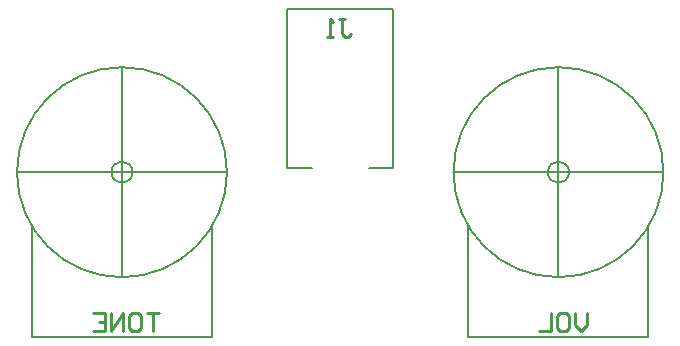
<source format=gbo>
G04*
G04 #@! TF.GenerationSoftware,Altium Limited,Altium Designer,19.0.12 (326)*
G04*
G04 Layer_Color=32896*
%FSLAX25Y25*%
%MOIN*%
G70*
G01*
G75*
%ADD11C,0.01000*%
%ADD12C,0.00500*%
%ADD14C,0.00800*%
D11*
X115951Y355998D02*
X117951D01*
X116951D01*
Y351000D01*
X117951Y350000D01*
X118950D01*
X119950Y351000D01*
X113952Y350000D02*
X111953D01*
X112952D01*
Y355998D01*
X113952Y354998D01*
X198500Y257998D02*
Y253999D01*
X196501Y252000D01*
X194501Y253999D01*
Y257998D01*
X189503D02*
X191502D01*
X192502Y256998D01*
Y253000D01*
X191502Y252000D01*
X189503D01*
X188503Y253000D01*
Y256998D01*
X189503Y257998D01*
X186504D02*
Y252000D01*
X182505D01*
X56000Y257998D02*
X52001D01*
X54001D01*
Y252000D01*
X47003Y257998D02*
X49002D01*
X50002Y256998D01*
Y253000D01*
X49002Y252000D01*
X47003D01*
X46003Y253000D01*
Y256998D01*
X47003Y257998D01*
X44004Y252000D02*
Y257998D01*
X40005Y252000D01*
Y257998D01*
X34007D02*
X38006D01*
Y252000D01*
X34007D01*
X38006Y254999D02*
X36007D01*
D12*
X154000Y304937D02*
G03*
X189000Y269937I35000J0D01*
G01*
Y339937D02*
G03*
X154000Y304937I-0J-35000D01*
G01*
X189000Y339937D02*
G03*
X154000Y304937I-0J-35000D01*
G01*
Y304937D02*
G03*
X189000Y269937I35000J0D01*
G01*
D02*
G03*
X224000Y304937I0J35000D01*
G01*
Y304937D02*
G03*
X189000Y339937I-35000J0D01*
G01*
X224000Y304937D02*
G03*
X189000Y339937I-35000J0D01*
G01*
Y269937D02*
G03*
X224000Y304937I0J35000D01*
G01*
X192535D02*
G03*
X192535Y304937I-3535J0D01*
G01*
D02*
G03*
X192535Y304937I-3535J0D01*
G01*
X8500D02*
G03*
X43500Y269937I35000J0D01*
G01*
Y339937D02*
G03*
X8500Y304937I-0J-35000D01*
G01*
X43500Y339937D02*
G03*
X8500Y304937I-0J-35000D01*
G01*
Y304937D02*
G03*
X43500Y269937I35000J0D01*
G01*
D02*
G03*
X78500Y304937I0J35000D01*
G01*
Y304937D02*
G03*
X43500Y339937I-35000J0D01*
G01*
X78500Y304937D02*
G03*
X43500Y339937I-35000J0D01*
G01*
Y269937D02*
G03*
X78500Y304937I0J35000D01*
G01*
X47035D02*
G03*
X47035Y304937I-3535J0D01*
G01*
D02*
G03*
X47035Y304937I-3535J0D01*
G01*
X154000D02*
X224000D01*
X154000D02*
X224000D01*
X159000Y250000D02*
X219000D01*
X159000D02*
X219000D01*
X189000Y269937D02*
Y339937D01*
Y269937D02*
Y339937D01*
X159000Y250000D02*
Y287437D01*
Y250000D02*
Y287437D01*
X219000Y250000D02*
Y287437D01*
Y250000D02*
Y287437D01*
X8500Y304937D02*
X78500D01*
X8500D02*
X78500D01*
X13500Y250000D02*
X73500D01*
X13500D02*
X73500D01*
X43500Y269937D02*
Y339937D01*
Y269937D02*
Y339937D01*
X13500Y250000D02*
Y287437D01*
Y250000D02*
Y287437D01*
X73500Y250000D02*
Y287437D01*
Y250000D02*
Y287437D01*
D14*
X98533Y306278D02*
X106801D01*
X125699D02*
X133967D01*
Y309034D01*
X133950Y309015D02*
Y328390D01*
X98533Y306278D02*
Y359215D01*
X133967Y327538D02*
Y359215D01*
X98533D02*
X133967D01*
M02*

</source>
